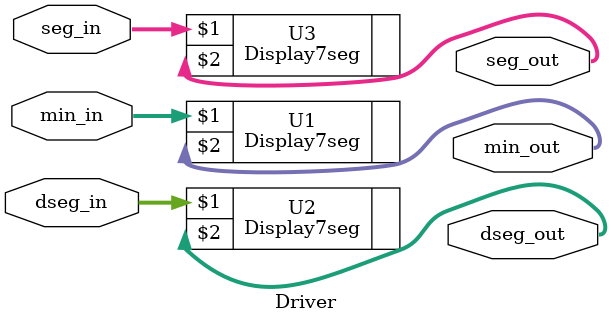
<source format=v>
`include "./display_7_segmentos/Decoder.v"


module Driver(min_in, dseg_in, seg_in, min_out, dseg_out, seg_out);
	input [3:0] min_in, dseg_in, seg_in;
	output [6:0] min_out, dseg_out, seg_out;

	Display7seg U1(min_in, min_out);
	Display7seg U2(dseg_in, dseg_out);
	Display7seg U3(seg_in, seg_out);
endmodule
</source>
